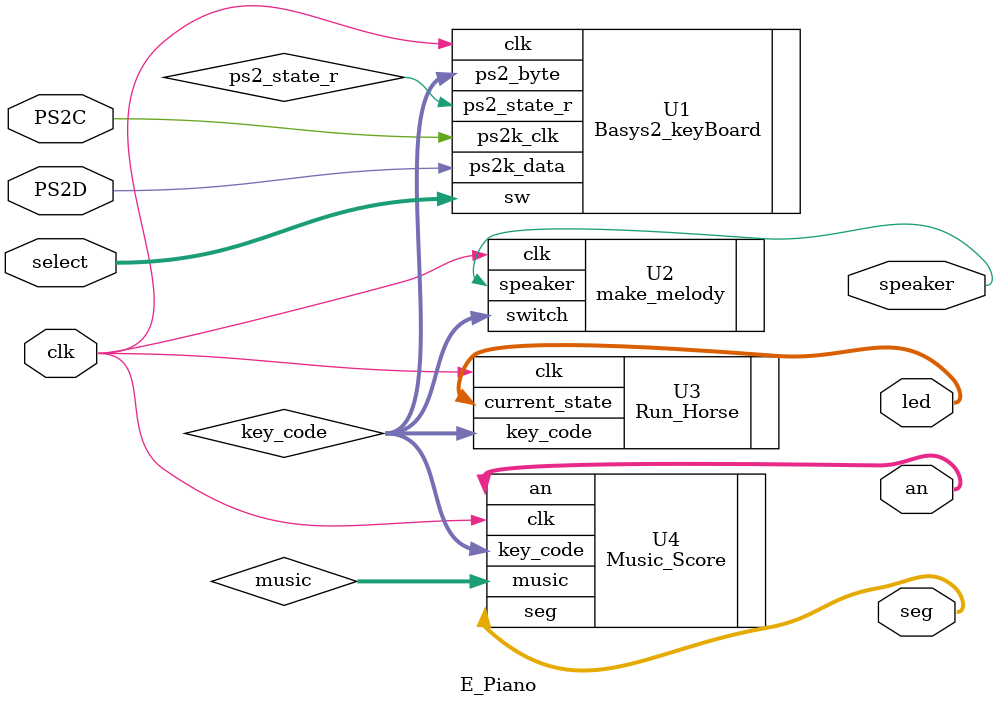
<source format=v>
`timescale 1ns / 1ps

//¶¥²ãÄ£¿é£¬ÓÃÓÚµ÷ÓÃ¸÷×Óº¯Êý
module E_Piano(
     input wire clk,        //Basys2Ê±ÖÓ£¬50MHz
	 input wire PS2C,       //PS2½Ó¿ÚµÄÊ±ÖÓ
	 input wire PS2D,       //PS2½Ó¿ÚµÄÊý¾Ý
	 input wire [3:0]select,
	 output wire [15:0] led,    //Basys2ÉÏµÄ8¸öLEDµÆ£¬ÓÃÓÚÅÜÂíµÆÐ§¹û
	 output wire [0:6] seg,  //Æß¶ÎÊýÂë¹ÜµÄÏÔÊ¾    
	 output wire [3:0] an,   //Æß¶ÎÊýÂë¹ÜµÄÊ¹ÄÜ¶Ë
	 
	 output speaker         //Pmod-AMPÄ£¿éµÄ·äÃùÆ÷
    );
	 wire [7:0]key_code;
	 wire [7:0]music;
    Basys2_keyBoard U1(
	 .clk(clk),
	 .ps2k_clk(PS2C),
	 .ps2k_data(PS2D),
	 .sw(select),
	 .ps2_byte(key_code),
	 .ps2_state_r(ps2_state_r)
	 );
	 
	 make_melody U2(
	 .clk(clk),
	 .switch(key_code),
	 .speaker(speaker)
	 );
	 
	 Run_Horse U3(
	 .clk(clk),
	 .key_code(key_code),
	 .current_state(led)
	 );
	 
	 Music_Score U4(
	 .clk(clk),
	 .key_code(key_code),
	 .seg(seg),
	 .an(an),
	 .music(music)
	 );
	
	
	 endmodule

</source>
